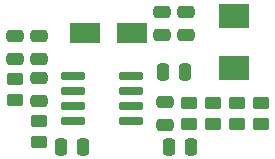
<source format=gtp>
G04 #@! TF.GenerationSoftware,KiCad,Pcbnew,(6.0.4)*
G04 #@! TF.CreationDate,2022-05-06T11:38:26-05:00*
G04 #@! TF.ProjectId,12v_buck_converter,3132765f-6275-4636-9b5f-636f6e766572,rev?*
G04 #@! TF.SameCoordinates,Original*
G04 #@! TF.FileFunction,Paste,Top*
G04 #@! TF.FilePolarity,Positive*
%FSLAX46Y46*%
G04 Gerber Fmt 4.6, Leading zero omitted, Abs format (unit mm)*
G04 Created by KiCad (PCBNEW (6.0.4)) date 2022-05-06 11:38:26*
%MOMM*%
%LPD*%
G01*
G04 APERTURE LIST*
G04 Aperture macros list*
%AMRoundRect*
0 Rectangle with rounded corners*
0 $1 Rounding radius*
0 $2 $3 $4 $5 $6 $7 $8 $9 X,Y pos of 4 corners*
0 Add a 4 corners polygon primitive as box body*
4,1,4,$2,$3,$4,$5,$6,$7,$8,$9,$2,$3,0*
0 Add four circle primitives for the rounded corners*
1,1,$1+$1,$2,$3*
1,1,$1+$1,$4,$5*
1,1,$1+$1,$6,$7*
1,1,$1+$1,$8,$9*
0 Add four rect primitives between the rounded corners*
20,1,$1+$1,$2,$3,$4,$5,0*
20,1,$1+$1,$4,$5,$6,$7,0*
20,1,$1+$1,$6,$7,$8,$9,0*
20,1,$1+$1,$8,$9,$2,$3,0*%
G04 Aperture macros list end*
%ADD10RoundRect,0.250000X-0.475000X0.250000X-0.475000X-0.250000X0.475000X-0.250000X0.475000X0.250000X0*%
%ADD11RoundRect,0.250000X-0.250000X-0.475000X0.250000X-0.475000X0.250000X0.475000X-0.250000X0.475000X0*%
%ADD12RoundRect,0.250000X0.475000X-0.250000X0.475000X0.250000X-0.475000X0.250000X-0.475000X-0.250000X0*%
%ADD13RoundRect,0.250000X-0.450000X0.262500X-0.450000X-0.262500X0.450000X-0.262500X0.450000X0.262500X0*%
%ADD14R,2.500000X2.000000*%
%ADD15RoundRect,0.042000X-0.943000X-0.258000X0.943000X-0.258000X0.943000X0.258000X-0.943000X0.258000X0*%
%ADD16RoundRect,0.250000X0.450000X-0.262500X0.450000X0.262500X-0.450000X0.262500X-0.450000X-0.262500X0*%
%ADD17R,2.500000X1.800000*%
%ADD18RoundRect,0.250000X0.250000X0.475000X-0.250000X0.475000X-0.250000X-0.475000X0.250000X-0.475000X0*%
G04 APERTURE END LIST*
D10*
X69088000Y-101666000D03*
X69088000Y-103566000D03*
D11*
X67630000Y-113030000D03*
X69530000Y-113030000D03*
D12*
X56642000Y-105598000D03*
X56642000Y-103698000D03*
X54610000Y-105598000D03*
X54610000Y-103698000D03*
D10*
X56642000Y-107254000D03*
X56642000Y-109154000D03*
D12*
X67310000Y-111186000D03*
X67310000Y-109286000D03*
D13*
X73406000Y-109323500D03*
X73406000Y-111148500D03*
D14*
X73152000Y-106340000D03*
X73152000Y-101940000D03*
D13*
X75390000Y-109323500D03*
X75390000Y-111148500D03*
D15*
X59506000Y-107061000D03*
X59506000Y-108331000D03*
X59506000Y-109601000D03*
X59506000Y-110871000D03*
X64446000Y-110871000D03*
X64446000Y-109601000D03*
X64446000Y-108331000D03*
X64446000Y-107061000D03*
D13*
X56642000Y-110847500D03*
X56642000Y-112672500D03*
D10*
X67056000Y-101666000D03*
X67056000Y-103566000D03*
D16*
X71374000Y-111148500D03*
X71374000Y-109323500D03*
D17*
X64484000Y-103378000D03*
X60484000Y-103378000D03*
D13*
X54610000Y-107291500D03*
X54610000Y-109116500D03*
D11*
X58486000Y-113030000D03*
X60386000Y-113030000D03*
D16*
X69342000Y-111148500D03*
X69342000Y-109323500D03*
D18*
X69022000Y-106680000D03*
X67122000Y-106680000D03*
M02*

</source>
